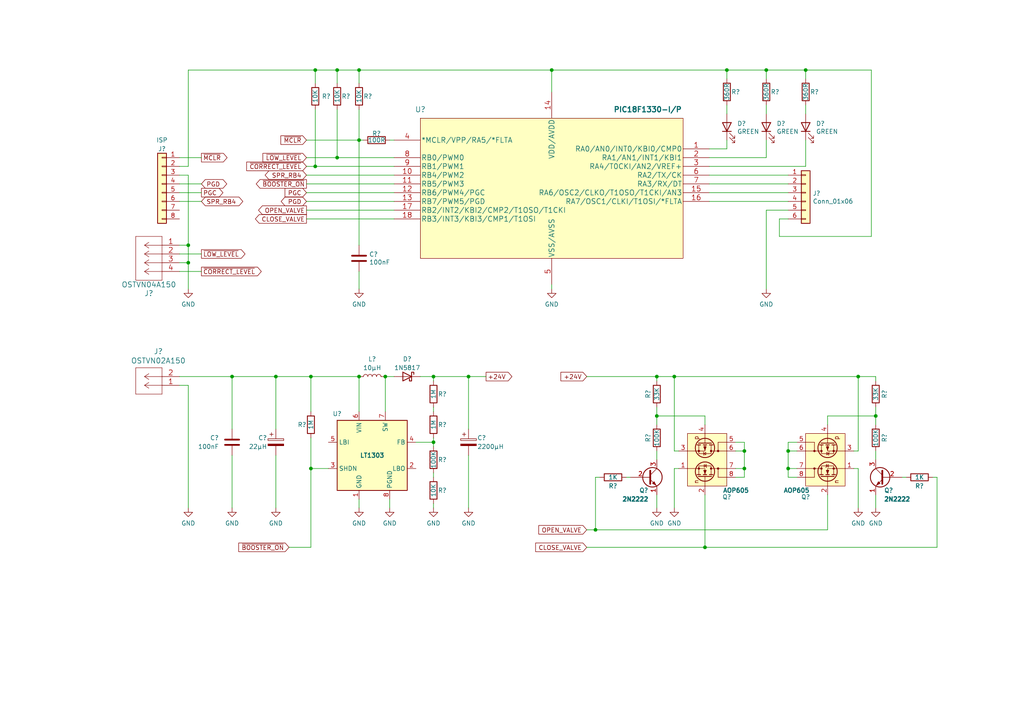
<source format=kicad_sch>
(kicad_sch (version 20211123) (generator eeschema)
  (paper "A4")
  (lib_symbols
    (symbol "Connector_Generic:Conn_01x06" (pin_names (offset 1.016) hide)
      (property "Reference" "J" (at 0 7.62 0))
      (property "Value" "Conn_01x06" (at 0 -10.16 0))
      (symbol "Conn_01x06_1_1"
        (rectangle (start -1.27 -7.493) (end 0 -7.747) (stroke (width 0.1524)))
        (rectangle (start -1.27 -4.953) (end 0 -5.207) (stroke (width 0.1524)))
        (rectangle (start -1.27 -2.413) (end 0 -2.667) (stroke (width 0.1524)))
        (rectangle (start -1.27 0.127) (end 0 -0.127) (stroke (width 0.1524)))
        (rectangle (start -1.27 2.667) (end 0 2.413) (stroke (width 0.1524)))
        (rectangle (start -1.27 5.207) (end 0 4.953) (stroke (width 0.1524)))
        (rectangle (start -1.27 6.35) (end 1.27 -8.89) (stroke (width 0.254)) (fill (type background)))
        (pin passive line (at -5.08 5.08 0) (length 3.81) (name "Pin_1") (number "1"))
        (pin passive line (at -5.08 2.54 0) (length 3.81) (name "Pin_2") (number "2"))
        (pin passive line (at -5.08 0 0) (length 3.81) (name "Pin_3") (number "3"))
        (pin passive line (at -5.08 -2.54 0) (length 3.81) (name "Pin_4") (number "4"))
        (pin passive line (at -5.08 -5.08 0) (length 3.81) (name "Pin_5") (number "5"))
        (pin passive line (at -5.08 -7.62 0) (length 3.81) (name "Pin_6") (number "6"))
      )
    )
    (symbol "Connector_Generic:Conn_01x08" (pin_names (offset 1.016) hide)
      (property "Reference" "J" (at 0 10.16 0))
      (property "Value" "Conn_01x08" (at 0 -12.7 0))
      (symbol "Conn_01x08_1_1"
        (rectangle (start -1.27 -10.033) (end 0 -10.287) (stroke (width 0.1524)))
        (rectangle (start -1.27 -7.493) (end 0 -7.747) (stroke (width 0.1524)))
        (rectangle (start -1.27 -4.953) (end 0 -5.207) (stroke (width 0.1524)))
        (rectangle (start -1.27 -2.413) (end 0 -2.667) (stroke (width 0.1524)))
        (rectangle (start -1.27 0.127) (end 0 -0.127) (stroke (width 0.1524)))
        (rectangle (start -1.27 2.667) (end 0 2.413) (stroke (width 0.1524)))
        (rectangle (start -1.27 5.207) (end 0 4.953) (stroke (width 0.1524)))
        (rectangle (start -1.27 7.747) (end 0 7.493) (stroke (width 0.1524)))
        (rectangle (start -1.27 8.89) (end 1.27 -11.43) (stroke (width 0.254)) (fill (type background)))
        (pin passive line (at -5.08 7.62 0) (length 3.81) (name "Pin_1") (number "1"))
        (pin passive line (at -5.08 5.08 0) (length 3.81) (name "Pin_2") (number "2"))
        (pin passive line (at -5.08 2.54 0) (length 3.81) (name "Pin_3") (number "3"))
        (pin passive line (at -5.08 0 0) (length 3.81) (name "Pin_4") (number "4"))
        (pin passive line (at -5.08 -2.54 0) (length 3.81) (name "Pin_5") (number "5"))
        (pin passive line (at -5.08 -5.08 0) (length 3.81) (name "Pin_6") (number "6"))
        (pin passive line (at -5.08 -7.62 0) (length 3.81) (name "Pin_7") (number "7"))
        (pin passive line (at -5.08 -10.16 0) (length 3.81) (name "Pin_8") (number "8"))
      )
    )
    (symbol "Device:C" (pin_numbers hide) (pin_names (offset 0.254))
      (property "Reference" "C" (at 0.635 2.54 0))
      (property "Value" "C" (at 0.635 -2.54 0))
      (symbol "C_0_1"
        (polyline (pts (xy -2.032 -0.762) (xy 2.032 -0.762)) (stroke (width 0.508)))
        (polyline (pts (xy -2.032 0.762) (xy 2.032 0.762)) (stroke (width 0.508)))
      )
      (symbol "C_1_1"
        (pin passive line (at 0 3.81 270) (length 2.794) (name "~") (number "1"))
        (pin passive line (at 0 -3.81 90) (length 2.794) (name "~") (number "2"))
      )
    )
    (symbol "Device:C_Polarized" (pin_numbers hide) (pin_names (offset 0.254))
      (property "Reference" "C" (at 0.635 2.54 0))
      (property "Value" "C_Polarized" (at 0.635 -2.54 0))
      (symbol "C_Polarized_0_1"
        (rectangle (start -2.286 0.508) (end 2.286 1.016))
        (polyline (pts (xy -1.778 2.286) (xy -0.762 2.286)))
        (polyline (pts (xy -1.27 2.794) (xy -1.27 1.778)))
        (rectangle (start 2.286 -0.508) (end -2.286 -1.016) (fill (type outline)))
      )
      (symbol "C_Polarized_1_1"
        (pin passive line (at 0 3.81 270) (length 2.794) (name "~") (number "1"))
        (pin passive line (at 0 -3.81 90) (length 2.794) (name "~") (number "2"))
      )
    )
    (symbol "Device:L" (pin_numbers hide) (pin_names (offset 1.016) hide)
      (property "Reference" "L" (at -1.27 0 90))
      (property "Value" "L" (at 1.905 0 90))
      (symbol "L_0_1"
        (arc (start 0 -2.54) (mid 0.635 -1.905) (end 0 -1.27))
        (arc (start 0 -1.27) (mid 0.635 -0.635) (end 0 0))
        (arc (start 0 0) (mid 0.635 0.635) (end 0 1.27))
        (arc (start 0 1.27) (mid 0.635 1.905) (end 0 2.54))
      )
      (symbol "L_1_1"
        (pin passive line (at 0 3.81 270) (length 1.27) (name "1") (number "1"))
        (pin passive line (at 0 -3.81 90) (length 1.27) (name "2") (number "2"))
      )
    )
    (symbol "Device:LED" (pin_numbers hide) (pin_names (offset 1.016) hide)
      (property "Reference" "D" (at 0 2.54 0))
      (property "Value" "LED" (at 0 -2.54 0))
      (symbol "LED_0_1"
        (polyline (pts (xy -1.27 -1.27) (xy -1.27 1.27)) (stroke (width 0.254)))
        (polyline (pts (xy -1.27 0) (xy 1.27 0)))
        (polyline (pts (xy 1.27 -1.27) (xy 1.27 1.27) (xy -1.27 0) (xy 1.27 -1.27)) (stroke (width 0.254)))
        (polyline (pts (xy -3.048 -0.762) (xy -4.572 -2.286) (xy -3.81 -2.286) (xy -4.572 -2.286) (xy -4.572 -1.524)))
        (polyline (pts (xy -1.778 -0.762) (xy -3.302 -2.286) (xy -2.54 -2.286) (xy -3.302 -2.286) (xy -3.302 -1.524)))
      )
      (symbol "LED_1_1"
        (pin passive line (at -3.81 0 0) (length 2.54) (name "K") (number "1"))
        (pin passive line (at 3.81 0 180) (length 2.54) (name "A") (number "2"))
      )
    )
    (symbol "Device:R" (pin_numbers hide) (pin_names (offset 0))
      (property "Reference" "R" (at 2.032 0 90))
      (property "Value" "R" (at 0 0 90))
      (symbol "R_0_1"
        (rectangle (start -1.016 -2.54) (end 1.016 2.54) (stroke (width 0.254)))
      )
      (symbol "R_1_1"
        (pin passive line (at 0 3.81 270) (length 1.27) (name "~") (number "1"))
        (pin passive line (at 0 -3.81 90) (length 1.27) (name "~") (number "2"))
      )
    )
    (symbol "Diode:1N5817" (pin_numbers hide) (pin_names (offset 1.016) hide)
      (property "Reference" "D" (at 0 2.54 0))
      (property "Value" "1N5817" (at 0 -2.54 0))
      (symbol "1N5817_0_1"
        (polyline (pts (xy 1.27 0) (xy -1.27 0)))
        (polyline (pts (xy 1.27 1.27) (xy 1.27 -1.27) (xy -1.27 0) (xy 1.27 1.27)) (stroke (width 0.254)))
        (polyline (pts (xy -1.905 0.635) (xy -1.905 1.27) (xy -1.27 1.27) (xy -1.27 -1.27) (xy -0.635 -1.27) (xy -0.635 -0.635)) (stroke (width 0.254)))
      )
      (symbol "1N5817_1_1"
        (pin passive line (at -3.81 0 0) (length 2.54) (name "K") (number "1"))
        (pin passive line (at 3.81 0 180) (length 2.54) (name "A") (number "2"))
      )
    )
    (symbol "My_Library:2N2222" (pin_names (offset 0) hide)
      (property "Reference" "Q" (at 5.08 1.905 0))
      (property "Value" "2N2222" (at 5.08 0 0))
      (symbol "2N2222_0_1"
        (polyline (pts (xy 0.635 0.635) (xy 2.54 2.54)))
        (polyline (pts (xy 0.635 -0.635) (xy 2.54 -2.54) (xy 2.54 -2.54)))
        (polyline (pts (xy 0.635 1.905) (xy 0.635 -1.905) (xy 0.635 -1.905)) (stroke (width 0.508)))
        (polyline (pts (xy 1.27 -1.778) (xy 1.778 -1.27) (xy 2.286 -2.286) (xy 1.27 -1.778) (xy 1.27 -1.778)) (fill (type outline)))
        (circle (center 1.27 0) (radius 2.8194) (stroke (width 0.254)))
      )
      (symbol "2N2222_1_1"
        (pin passive line (at 2.54 -5.08 90) (length 2.54) (name "E") (number "1"))
        (pin passive line (at -5.08 0 0) (length 5.715) (name "B") (number "2"))
        (pin passive line (at 2.54 5.08 270) (length 2.54) (name "C") (number "3"))
      )
    )
    (symbol "My_Library:AOP605" (pin_names hide)
      (property "Reference" "Q" (at 8.89 11.43 0))
      (property "Value" "AOP605" (at 8.89 8.89 0))
      (symbol "AOP605_0_0"
        (text "n" (at 6.35 -2.54 0) (effects (font (size 1.27 1.27))))
        (text "p" (at -6.35 -2.54 0) (effects (font (size 1.27 1.27))))
      )
      (symbol "AOP605_0_1"
        (rectangle (start -7.62 6.35) (end 7.62 -5.08) (fill (type background)))
        (circle (center -3.429 0) (radius 2.794) (stroke (width 0.254)))
        (circle (center -2.54 -1.778) (radius 0.254) (fill (type outline)))
        (circle (center -2.54 1.778) (radius 0.254) (fill (type outline)))
        (circle (center -2.54 3.81) (radius 0.254) (fill (type outline)))
        (polyline (pts (xy -5.08 6.35) (xy -5.08 3.81)))
        (polyline (pts (xy -4.826 0) (xy -7.62 0)))
        (polyline (pts (xy -4.826 1.905) (xy -4.826 -1.905)) (stroke (width 0.254)))
        (polyline (pts (xy -4.318 -1.27) (xy -4.318 -2.286)) (stroke (width 0.254)))
        (polyline (pts (xy -4.318 0.508) (xy -4.318 -0.508)) (stroke (width 0.254)))
        (polyline (pts (xy -4.318 2.286) (xy -4.318 1.27)) (stroke (width 0.254)))
        (polyline (pts (xy -2.54 -2.54) (xy -2.54 -5.08)))
        (polyline (pts (xy -2.54 3.81) (xy -5.08 3.81)))
        (polyline (pts (xy -2.54 3.81) (xy -2.54 1.778)))
        (polyline (pts (xy -2.54 6.35) (xy -2.54 3.81)))
        (polyline (pts (xy 2.54 -2.54) (xy 2.54 -5.08)))
        (polyline (pts (xy 2.54 3.81) (xy 2.54 1.778)))
        (polyline (pts (xy 2.54 6.35) (xy 2.54 3.81)))
        (polyline (pts (xy 4.318 -1.27) (xy 4.318 -2.286)) (stroke (width 0.254)))
        (polyline (pts (xy 4.318 0.508) (xy 4.318 -0.508)) (stroke (width 0.254)))
        (polyline (pts (xy 4.318 2.286) (xy 4.318 1.27)) (stroke (width 0.254)))
        (polyline (pts (xy 4.826 0) (xy 7.62 0)))
        (polyline (pts (xy 4.826 1.905) (xy 4.826 -1.905)) (stroke (width 0.254)))
        (polyline (pts (xy 5.08 3.81) (xy 2.54 3.81)))
        (polyline (pts (xy 5.08 6.35) (xy 5.08 3.81)))
        (polyline (pts (xy -2.54 -2.54) (xy -2.54 0) (xy -4.318 0)))
        (polyline (pts (xy 2.54 -2.54) (xy 2.54 0) (xy 4.318 0)))
        (polyline (pts (xy -4.318 1.778) (xy -1.778 1.778) (xy -1.778 -1.778) (xy -4.318 -1.778)))
        (polyline (pts (xy -2.794 0) (xy -3.81 0.381) (xy -3.81 -0.381) (xy -2.794 0)) (fill (type outline)))
        (polyline (pts (xy -2.286 -0.508) (xy -2.159 -0.381) (xy -1.397 -0.381) (xy -1.27 -0.254)))
        (polyline (pts (xy -1.778 -0.381) (xy -2.159 0.254) (xy -1.397 0.254) (xy -1.778 -0.381)))
        (polyline (pts (xy 1.778 0.381) (xy 2.159 -0.254) (xy 1.397 -0.254) (xy 1.778 0.381)))
        (polyline (pts (xy 2.286 0.508) (xy 2.159 0.381) (xy 1.397 0.381) (xy 1.27 0.254)))
        (polyline (pts (xy 4.064 0) (xy 3.048 0.381) (xy 3.048 -0.381) (xy 4.064 0)) (fill (type outline)))
        (polyline (pts (xy 4.318 -1.778) (xy 1.778 -1.778) (xy 1.778 1.778) (xy 4.318 1.778)))
        (circle (center 2.54 -1.778) (radius 0.254) (fill (type outline)))
        (circle (center 2.54 1.778) (radius 0.254) (fill (type outline)))
        (circle (center 2.54 3.81) (radius 0.254) (fill (type outline)))
        (circle (center 3.429 0) (radius 2.794) (stroke (width 0.254)))
      )
      (symbol "AOP605_1_1"
        (pin passive line (at 2.54 -7.62 90) (length 2.54) (name "S2") (number "1"))
        (pin input line (at 10.16 0 180) (length 2.54) (name "G2") (number "2"))
        (pin passive line (at -2.54 -7.62 90) (length 2.54) (name "S1") (number "3"))
        (pin input line (at -10.16 0 0) (length 2.54) (name "G1") (number "4"))
        (pin passive line (at -5.08 8.89 270) (length 2.54) (name "D1") (number "5"))
        (pin passive line (at -2.54 8.89 270) (length 2.54) (name "D1") (number "6"))
        (pin passive line (at 2.54 8.89 270) (length 2.54) (name "D2") (number "7"))
        (pin passive line (at 5.08 8.89 270) (length 2.54) (name "D2") (number "8"))
      )
    )
    (symbol "My_Library:LT1303"
      (property "Reference" "U" (at -10.16 11.43 0))
      (property "Value" "LT1303" (at 0 0 0))
      (symbol "LT1303_0_1"
        (rectangle (start -10.16 10.16) (end 10.16 -10.16) (stroke (width 0.254)) (fill (type background)))
      )
      (symbol "LT1303_1_1"
        (pin power_in line (at -3.81 -12.7 90) (length 2.54) (name "GND") (number "1"))
        (pin output line (at 12.7 -3.81 180) (length 2.54) (name "LBO") (number "2"))
        (pin input line (at -12.7 -3.81 0) (length 2.54) (name "SHDN") (number "3"))
        (pin input line (at 12.7 3.81 180) (length 2.54) (name "FB") (number "4"))
        (pin input line (at -12.7 3.81 0) (length 2.54) (name "LBI") (number "5"))
        (pin power_in line (at -3.81 12.7 270) (length 2.54) (name "VIN") (number "6"))
        (pin open_collector line (at 3.81 12.7 270) (length 2.54) (name "SW") (number "7"))
        (pin input line (at 5.08 -12.7 90) (length 2.54) (name "PGND") (number "8"))
      )
    )
    (symbol "My_Library:OSTVN02A150" (pin_names (offset 0.254) hide)
      (property "Reference" "J" (at 8.89 6.35 0))
      (property "Value" "OSTVN02A150" (at 10.16 0 0))
      (symbol "OSTVN02A150_1_1"
        (polyline (pts (xy 5.08 -5.08) (xy 12.7 -5.08)) (stroke (width 0.127)))
        (polyline (pts (xy 5.08 2.54) (xy 5.08 -5.08)) (stroke (width 0.127)))
        (polyline (pts (xy 10.16 -2.54) (xy 5.08 -2.54)) (stroke (width 0.127)))
        (polyline (pts (xy 10.16 -2.54) (xy 8.89 -3.3782)) (stroke (width 0.127)))
        (polyline (pts (xy 10.16 -2.54) (xy 8.89 -1.7018)) (stroke (width 0.127)))
        (polyline (pts (xy 10.16 0) (xy 5.08 0)) (stroke (width 0.127)))
        (polyline (pts (xy 10.16 0) (xy 8.89 -0.8382)) (stroke (width 0.127)))
        (polyline (pts (xy 10.16 0) (xy 8.89 0.8382)) (stroke (width 0.127)))
        (polyline (pts (xy 12.7 -5.08) (xy 12.7 2.54)) (stroke (width 0.127)))
        (polyline (pts (xy 12.7 2.54) (xy 5.08 2.54)) (stroke (width 0.127)))
        (pin unspecified line (at 0 0 0) (length 5.08) (name "1") (number "1"))
        (pin unspecified line (at 0 -2.54 0) (length 5.08) (name "2") (number "2"))
      )
    )
    (symbol "My_Library:OSTVN04A150" (pin_names (offset 0.254) hide)
      (property "Reference" "J" (at 8.89 6.35 0))
      (property "Value" "OSTVN04A150" (at 10.16 -5.08 0))
      (symbol "OSTVN04A150_1_1"
        (polyline (pts (xy 5.08 -10.16) (xy 12.7 -10.16)) (stroke (width 0.127)))
        (polyline (pts (xy 5.08 2.54) (xy 5.08 -10.16)) (stroke (width 0.127)))
        (polyline (pts (xy 10.16 -7.62) (xy 5.08 -7.62)) (stroke (width 0.127)))
        (polyline (pts (xy 10.16 -7.62) (xy 8.89 -8.4582)) (stroke (width 0.127)))
        (polyline (pts (xy 10.16 -7.62) (xy 8.89 -6.7818)) (stroke (width 0.127)))
        (polyline (pts (xy 10.16 -5.08) (xy 5.08 -5.08)) (stroke (width 0.127)))
        (polyline (pts (xy 10.16 -5.08) (xy 8.89 -5.9182)) (stroke (width 0.127)))
        (polyline (pts (xy 10.16 -5.08) (xy 8.89 -4.2418)) (stroke (width 0.127)))
        (polyline (pts (xy 10.16 -2.54) (xy 5.08 -2.54)) (stroke (width 0.127)))
        (polyline (pts (xy 10.16 -2.54) (xy 8.89 -3.3782)) (stroke (width 0.127)))
        (polyline (pts (xy 10.16 -2.54) (xy 8.89 -1.7018)) (stroke (width 0.127)))
        (polyline (pts (xy 10.16 0) (xy 5.08 0)) (stroke (width 0.127)))
        (polyline (pts (xy 10.16 0) (xy 8.89 -0.8382)) (stroke (width 0.127)))
        (polyline (pts (xy 10.16 0) (xy 8.89 0.8382)) (stroke (width 0.127)))
        (polyline (pts (xy 12.7 -10.16) (xy 12.7 2.54)) (stroke (width 0.127)))
        (polyline (pts (xy 12.7 2.54) (xy 5.08 2.54)) (stroke (width 0.127)))
        (pin unspecified line (at 0 0 0) (length 5.08) (name "1") (number "1"))
        (pin unspecified line (at 0 -2.54 0) (length 5.08) (name "2") (number "2"))
        (pin unspecified line (at 0 -5.08 0) (length 5.08) (name "3") (number "3"))
        (pin unspecified line (at 0 -7.62 0) (length 5.08) (name "4") (number "4"))
      )
    )
    (symbol "My_Library:PIC18F1330-I{slash}P" (pin_names (offset 0.254))
      (property "Reference" "U" (at -38.1 22.86 0))
      (property "Value" "PIC18F1330-I{slash}P" (at 22.86 -13.97 0))
      (symbol "PIC18F1330-I{slash}P_1_1"
        (rectangle (start -38.1 -20.32) (end 38.1 20.32) (fill (type background)))
        (pin unspecified line (at 45.72 11.43 180) (length 7.62) (name "RA0/AN0/INT0/KBI0/CMP0") (number "1"))
        (pin unspecified line (at -45.72 3.81 0) (length 7.62) (name "RB4/PWM2") (number "10"))
        (pin unspecified line (at -45.72 1.27 0) (length 7.62) (name "RB5/PWM3") (number "11"))
        (pin unspecified line (at -45.72 -1.27 0) (length 7.62) (name "RB6/PWM4/PGC") (number "12"))
        (pin unspecified line (at -45.72 -3.81 0) (length 7.62) (name "RB7/PWM5/PGD") (number "13"))
        (pin unspecified line (at 0 27.94 270) (length 7.62) (name "VDD/AVDD") (number "14"))
        (pin unspecified line (at 45.72 -1.27 180) (length 7.62) (name "RA6/OSC2/CLKO/T1OSO/T1CKI/AN3") (number "15"))
        (pin unspecified line (at 45.72 -3.81 180) (length 7.62) (name "RA7/OSC1/CLKI/T1OSI/*FLTA") (number "16"))
        (pin unspecified line (at -45.72 -6.35 0) (length 7.62) (name "RB2/INT2/KBI2/CMP2/T1OSO/T1CKI") (number "17"))
        (pin unspecified line (at -45.72 -8.89 0) (length 7.62) (name "RB3/INT3/KBI3/CMP1/T1OSI") (number "18"))
        (pin unspecified line (at 45.72 8.89 180) (length 7.62) (name "RA1/AN1/INT1/KBI1") (number "2"))
        (pin unspecified line (at 45.72 6.35 180) (length 7.62) (name "RA4/T0CKI/AN2/VREF+") (number "3"))
        (pin unspecified line (at -45.72 13.97 0) (length 7.62) (name "*MCLR/VPP/RA5/*FLTA") (number "4"))
        (pin unspecified line (at 0 -27.94 90) (length 7.62) (name "VSS/AVSS") (number "5"))
        (pin unspecified line (at 45.72 3.81 180) (length 7.62) (name "RA2/TX/CK") (number "6"))
        (pin unspecified line (at 45.72 1.27 180) (length 7.62) (name "RA3/RX/DT") (number "7"))
        (pin unspecified line (at -45.72 8.89 0) (length 7.62) (name "RB0/PWM0") (number "8"))
        (pin unspecified line (at -45.72 6.35 0) (length 7.62) (name "RB1/PWM1") (number "9"))
      )
    )
    (symbol "power:GND" (power) (pin_names (offset 0))
      (property "Value" "GND" (at 0 -3.81 0))
      (symbol "GND_0_1"
        (polyline (pts (xy 0 0) (xy 0 -1.27) (xy 1.27 -1.27) (xy 0 -2.54) (xy -1.27 -1.27) (xy 0 -1.27)))
      )
      (symbol "GND_1_1"
        (pin power_in line (at 0 0 270) (length 0) hide (name "GND") (number "1"))
      )
    )
  )
  (junction (at 233.68 20.32))
  (junction (at 90.17 135.89))
  (junction (at 80.01 109.22))
  (junction (at 104.14 40.64))
  (junction (at 215.9 130.81))
  (junction (at 104.14 109.22))
  (junction (at 125.73 109.22))
  (junction (at 97.79 45.72))
  (junction (at 222.25 20.32))
  (junction (at 190.5 120.65))
  (junction (at 54.61 76.2))
  (junction (at 135.89 109.22))
  (junction (at 160.02 20.32))
  (junction (at 91.44 48.26))
  (junction (at 67.31 109.22))
  (junction (at 228.6 130.81))
  (junction (at 195.58 109.22))
  (junction (at 204.47 158.75))
  (junction (at 54.61 71.12))
  (junction (at 215.9 135.89))
  (junction (at 254 120.65))
  (junction (at 125.73 128.27))
  (junction (at 111.76 109.22))
  (junction (at 172.72 153.67))
  (junction (at 190.5 109.22))
  (junction (at 248.92 109.22))
  (junction (at 91.44 20.32))
  (junction (at 90.17 109.22))
  (junction (at 97.79 20.32))
  (junction (at 228.6 135.89))
  (junction (at 104.14 20.32))
  (junction (at 210.82 20.32))
  (wire (pts (xy 52.07 71.12) (xy 54.61 71.12)))
  (wire (pts (xy 195.58 109.22) (xy 190.5 109.22)))
  (wire (pts (xy 271.78 158.75) (xy 271.78 138.43)))
  (wire (pts (xy 228.6 130.81) (xy 231.14 130.81)))
  (wire (pts (xy 160.02 82.55) (xy 160.02 83.82)))
  (wire (pts (xy 125.73 137.16) (xy 125.73 138.43)))
  (wire (pts (xy 222.25 20.32) (xy 233.68 20.32)))
  (wire (pts (xy 204.47 158.75) (xy 204.47 143.51)))
  (wire (pts (xy 90.17 135.89) (xy 90.17 127)))
  (wire (pts (xy 90.17 119.38) (xy 90.17 109.22)))
  (wire (pts (xy 205.74 58.42) (xy 228.6 58.42)))
  (wire (pts (xy 113.03 144.78) (xy 113.03 147.32)))
  (wire (pts (xy 54.61 20.32) (xy 91.44 20.32)))
  (wire (pts (xy 240.03 153.67) (xy 240.03 143.51)))
  (wire (pts (xy 80.01 132.08) (xy 80.01 147.32)))
  (wire (pts (xy 67.31 132.08) (xy 67.31 147.32)))
  (wire (pts (xy 231.14 135.89) (xy 228.6 135.89)))
  (wire (pts (xy 205.74 43.18) (xy 210.82 43.18)))
  (wire (pts (xy 222.25 30.48) (xy 222.25 33.02)))
  (wire (pts (xy 104.14 40.64) (xy 105.41 40.64)))
  (wire (pts (xy 97.79 31.75) (xy 97.79 45.72)))
  (wire (pts (xy 254 120.65) (xy 254 123.19)))
  (wire (pts (xy 170.18 158.75) (xy 204.47 158.75)))
  (wire (pts (xy 52.07 45.72) (xy 58.42 45.72)))
  (wire (pts (xy 97.79 20.32) (xy 104.14 20.32)))
  (wire (pts (xy 205.74 45.72) (xy 222.25 45.72)))
  (wire (pts (xy 97.79 45.72) (xy 114.3 45.72)))
  (wire (pts (xy 52.07 109.22) (xy 67.31 109.22)))
  (wire (pts (xy 248.92 109.22) (xy 254 109.22)))
  (wire (pts (xy 215.9 135.89) (xy 215.9 130.81)))
  (wire (pts (xy 215.9 130.81) (xy 213.36 130.81)))
  (wire (pts (xy 205.74 53.34) (xy 228.6 53.34)))
  (wire (pts (xy 210.82 30.48) (xy 210.82 33.02)))
  (wire (pts (xy 172.72 153.67) (xy 170.18 153.67)))
  (wire (pts (xy 80.01 109.22) (xy 80.01 124.46)))
  (wire (pts (xy 97.79 24.13) (xy 97.79 20.32)))
  (wire (pts (xy 104.14 40.64) (xy 104.14 71.12)))
  (wire (pts (xy 52.07 76.2) (xy 54.61 76.2)))
  (wire (pts (xy 90.17 158.75) (xy 83.82 158.75)))
  (wire (pts (xy 228.6 63.5) (xy 226.06 63.5)))
  (wire (pts (xy 111.76 109.22) (xy 111.76 119.38)))
  (wire (pts (xy 160.02 20.32) (xy 210.82 20.32)))
  (wire (pts (xy 248.92 147.32) (xy 248.92 135.89)))
  (wire (pts (xy 104.14 20.32) (xy 104.14 24.13)))
  (wire (pts (xy 204.47 120.65) (xy 204.47 123.19)))
  (wire (pts (xy 222.25 83.82) (xy 222.25 60.96)))
  (wire (pts (xy 125.73 128.27) (xy 125.73 129.54)))
  (wire (pts (xy 226.06 63.5) (xy 226.06 68.58)))
  (wire (pts (xy 54.61 48.26) (xy 54.61 20.32)))
  (wire (pts (xy 54.61 71.12) (xy 54.61 76.2)))
  (wire (pts (xy 248.92 130.81) (xy 248.92 109.22)))
  (wire (pts (xy 190.5 143.51) (xy 190.5 147.32)))
  (wire (pts (xy 91.44 48.26) (xy 114.3 48.26)))
  (wire (pts (xy 262.89 138.43) (xy 261.62 138.43)))
  (wire (pts (xy 215.9 128.27) (xy 215.9 130.81)))
  (wire (pts (xy 91.44 20.32) (xy 97.79 20.32)))
  (wire (pts (xy 195.58 147.32) (xy 195.58 135.89)))
  (wire (pts (xy 88.9 63.5) (xy 114.3 63.5)))
  (wire (pts (xy 88.9 45.72) (xy 97.79 45.72)))
  (wire (pts (xy 135.89 109.22) (xy 135.89 124.46)))
  (wire (pts (xy 210.82 20.32) (xy 222.25 20.32)))
  (wire (pts (xy 195.58 135.89) (xy 196.85 135.89)))
  (wire (pts (xy 222.25 20.32) (xy 222.25 22.86)))
  (wire (pts (xy 213.36 128.27) (xy 215.9 128.27)))
  (wire (pts (xy 90.17 109.22) (xy 80.01 109.22)))
  (wire (pts (xy 67.31 109.22) (xy 67.31 124.46)))
  (wire (pts (xy 95.25 135.89) (xy 90.17 135.89)))
  (wire (pts (xy 54.61 111.76) (xy 52.07 111.76)))
  (wire (pts (xy 172.72 153.67) (xy 240.03 153.67)))
  (wire (pts (xy 254 109.22) (xy 254 110.49)))
  (wire (pts (xy 213.36 135.89) (xy 215.9 135.89)))
  (wire (pts (xy 210.82 22.86) (xy 210.82 20.32)))
  (wire (pts (xy 54.61 50.8) (xy 54.61 71.12)))
  (wire (pts (xy 195.58 109.22) (xy 248.92 109.22)))
  (wire (pts (xy 240.03 120.65) (xy 240.03 123.19)))
  (wire (pts (xy 181.61 138.43) (xy 182.88 138.43)))
  (wire (pts (xy 90.17 109.22) (xy 104.14 109.22)))
  (wire (pts (xy 125.73 128.27) (xy 120.65 128.27)))
  (wire (pts (xy 190.5 120.65) (xy 204.47 120.65)))
  (wire (pts (xy 111.76 109.22) (xy 114.3 109.22)))
  (wire (pts (xy 173.99 138.43) (xy 172.72 138.43)))
  (wire (pts (xy 233.68 30.48) (xy 233.68 33.02)))
  (wire (pts (xy 254 130.81) (xy 254 133.35)))
  (wire (pts (xy 88.9 55.88) (xy 114.3 55.88)))
  (wire (pts (xy 80.01 109.22) (xy 67.31 109.22)))
  (wire (pts (xy 205.74 48.26) (xy 233.68 48.26)))
  (wire (pts (xy 210.82 43.18) (xy 210.82 40.64)))
  (wire (pts (xy 252.73 68.58) (xy 252.73 20.32)))
  (wire (pts (xy 125.73 109.22) (xy 135.89 109.22)))
  (wire (pts (xy 233.68 20.32) (xy 233.68 22.86)))
  (wire (pts (xy 231.14 138.43) (xy 228.6 138.43)))
  (wire (pts (xy 125.73 109.22) (xy 125.73 110.49)))
  (wire (pts (xy 104.14 20.32) (xy 160.02 20.32)))
  (wire (pts (xy 104.14 109.22) (xy 104.14 119.38)))
  (wire (pts (xy 270.51 138.43) (xy 271.78 138.43)))
  (wire (pts (xy 172.72 138.43) (xy 172.72 153.67)))
  (wire (pts (xy 104.14 78.74) (xy 104.14 83.82)))
  (wire (pts (xy 88.9 48.26) (xy 91.44 48.26)))
  (wire (pts (xy 228.6 135.89) (xy 228.6 130.81)))
  (wire (pts (xy 121.92 109.22) (xy 125.73 109.22)))
  (wire (pts (xy 54.61 147.32) (xy 54.61 111.76)))
  (wire (pts (xy 248.92 135.89) (xy 247.65 135.89)))
  (wire (pts (xy 113.03 40.64) (xy 114.3 40.64)))
  (wire (pts (xy 104.14 144.78) (xy 104.14 147.32)))
  (wire (pts (xy 52.07 53.34) (xy 58.42 53.34)))
  (wire (pts (xy 88.9 60.96) (xy 114.3 60.96)))
  (wire (pts (xy 160.02 20.32) (xy 160.02 26.67)))
  (wire (pts (xy 252.73 20.32) (xy 233.68 20.32)))
  (wire (pts (xy 190.5 130.81) (xy 190.5 133.35)))
  (wire (pts (xy 205.74 50.8) (xy 228.6 50.8)))
  (wire (pts (xy 125.73 146.05) (xy 125.73 147.32)))
  (wire (pts (xy 125.73 118.11) (xy 125.73 119.38)))
  (wire (pts (xy 204.47 158.75) (xy 271.78 158.75)))
  (wire (pts (xy 196.85 130.81) (xy 195.58 130.81)))
  (wire (pts (xy 254 118.11) (xy 254 120.65)))
  (wire (pts (xy 254 120.65) (xy 240.03 120.65)))
  (wire (pts (xy 52.07 73.66) (xy 58.42 73.66)))
  (wire (pts (xy 135.89 132.08) (xy 135.89 147.32)))
  (wire (pts (xy 226.06 68.58) (xy 252.73 68.58)))
  (wire (pts (xy 195.58 130.81) (xy 195.58 109.22)))
  (wire (pts (xy 91.44 31.75) (xy 91.44 48.26)))
  (wire (pts (xy 91.44 20.32) (xy 91.44 24.13)))
  (wire (pts (xy 88.9 58.42) (xy 114.3 58.42)))
  (wire (pts (xy 52.07 58.42) (xy 58.42 58.42)))
  (wire (pts (xy 222.25 45.72) (xy 222.25 40.64)))
  (wire (pts (xy 213.36 138.43) (xy 215.9 138.43)))
  (wire (pts (xy 228.6 128.27) (xy 228.6 130.81)))
  (wire (pts (xy 222.25 60.96) (xy 228.6 60.96)))
  (wire (pts (xy 90.17 135.89) (xy 90.17 158.75)))
  (wire (pts (xy 190.5 109.22) (xy 190.5 110.49)))
  (wire (pts (xy 88.9 50.8) (xy 114.3 50.8)))
  (wire (pts (xy 231.14 128.27) (xy 228.6 128.27)))
  (wire (pts (xy 215.9 138.43) (xy 215.9 135.89)))
  (wire (pts (xy 205.74 55.88) (xy 228.6 55.88)))
  (wire (pts (xy 52.07 48.26) (xy 54.61 48.26)))
  (wire (pts (xy 88.9 40.64) (xy 104.14 40.64)))
  (wire (pts (xy 135.89 109.22) (xy 140.97 109.22)))
  (wire (pts (xy 190.5 120.65) (xy 190.5 123.19)))
  (wire (pts (xy 54.61 76.2) (xy 54.61 83.82)))
  (wire (pts (xy 52.07 78.74) (xy 58.42 78.74)))
  (wire (pts (xy 228.6 138.43) (xy 228.6 135.89)))
  (wire (pts (xy 52.07 50.8) (xy 54.61 50.8)))
  (wire (pts (xy 190.5 118.11) (xy 190.5 120.65)))
  (wire (pts (xy 233.68 48.26) (xy 233.68 40.64)))
  (wire (pts (xy 104.14 31.75) (xy 104.14 40.64)))
  (wire (pts (xy 52.07 55.88) (xy 58.42 55.88)))
  (wire (pts (xy 247.65 130.81) (xy 248.92 130.81)))
  (wire (pts (xy 88.9 53.34) (xy 114.3 53.34)))
  (wire (pts (xy 254 143.51) (xy 254 147.32)))
  (wire (pts (xy 170.18 109.22) (xy 190.5 109.22)))
  (wire (pts (xy 125.73 127) (xy 125.73 128.27)))
  (global_label "SPR_RB4" (shape bidirectional) (at 88.9 50.8 180) (property "Intersheet References" "${INTERSHEET_REFS}" (effects hide)))
  (global_label "+24V" (shape output) (at 140.97 109.22 0) (property "Intersheet References" "${INTERSHEET_REFS}" (effects hide)))
  (global_label "PGC" (shape input) (at 88.9 55.88 180) (property "Intersheet References" "${INTERSHEET_REFS}" (effects hide)))
  (global_label "CLOSE_VALVE" (shape output) (at 88.9 63.5 180) (property "Intersheet References" "${INTERSHEET_REFS}" (effects hide)))
  (global_label "~{BOOSTER_ON}" (shape output) (at 88.9 53.34 180) (property "Intersheet References" "${INTERSHEET_REFS}" (effects hide)))
  (global_label "~{MCLR}" (shape output) (at 58.42 45.72 0) (property "Intersheet References" "${INTERSHEET_REFS}" (effects hide)))
  (global_label "PGD" (shape bidirectional) (at 88.9 58.42 180) (property "Intersheet References" "${INTERSHEET_REFS}" (effects hide)))
  (global_label "OPEN_VALVE" (shape output) (at 88.9 60.96 180) (property "Intersheet References" "${INTERSHEET_REFS}" (effects hide)))
  (global_label "~{LOW_LEVEL}" (shape output) (at 58.42 73.66 0) (property "Intersheet References" "${INTERSHEET_REFS}" (effects hide)))
  (global_label "CLOSE_VALVE" (shape input) (at 170.18 158.75 180) (property "Intersheet References" "${INTERSHEET_REFS}" (effects hide)))
  (global_label "~{MCLR}" (shape input) (at 88.9 40.64 180) (property "Intersheet References" "${INTERSHEET_REFS}" (effects hide)))
  (global_label "PGC" (shape output) (at 58.42 55.88 0) (property "Intersheet References" "${INTERSHEET_REFS}" (effects hide)))
  (global_label "SPR_RB4" (shape bidirectional) (at 58.42 58.42 0) (property "Intersheet References" "${INTERSHEET_REFS}" (effects hide)))
  (global_label "PGD" (shape bidirectional) (at 58.42 53.34 0) (property "Intersheet References" "${INTERSHEET_REFS}" (effects hide)))
  (global_label "~{CORRECT_LEVEL}" (shape output) (at 58.42 78.74 0) (property "Intersheet References" "${INTERSHEET_REFS}" (effects hide)))
  (global_label "OPEN_VALVE" (shape input) (at 170.18 153.67 180) (property "Intersheet References" "${INTERSHEET_REFS}" (effects hide)))
  (global_label "~{CORRECT_LEVEL}" (shape input) (at 88.9 48.26 180) (property "Intersheet References" "${INTERSHEET_REFS}" (effects hide)))
  (global_label "~{BOOSTER_ON}" (shape input) (at 83.82 158.75 180) (property "Intersheet References" "${INTERSHEET_REFS}" (effects hide)))
  (global_label "~{LOW_LEVEL}" (shape input) (at 88.9 45.72 180) (property "Intersheet References" "${INTERSHEET_REFS}" (effects hide)))
  (global_label "+24V" (shape input) (at 170.18 109.22 180) (property "Intersheet References" "${INTERSHEET_REFS}" (effects hide)))
  (symbol (lib_id "power:GND") (at 190.5 147.32 0) (unit 1)
    (property "Reference" "#PWR?" (effects hide))
    (property "Value" "GND" (at 190.5 151.765 0))
  )
  (symbol (lib_id "power:GND") (at 135.89 147.32 0) (unit 1)
    (property "Reference" "#PWR?" (effects hide))
    (property "Value" "GND" (at 135.89 151.765 0))
  )
  (symbol (lib_id "My_Library:2N2222") (at 256.54 138.43 0) (mirror y) (unit 1)
    (property "Reference" "Q?" (at 259.08 142.24 0) (effects (justify left)))
    (property "Value" "2N2222" (at 264.16 144.78 0) (effects (font bold) (justify left)))
    (property "Footprint" "Package_TO_SOT_THT:TO-18-3" (effects hide))
    (property "Datasheet" "http://www.onsemi.com/pub_link/Collateral/2N2219-D.PDF" (effects hide))
    (property "Digi-Key" "1514-2N2222APBFREE-ND" (effects hide))
  )
  (symbol (lib_id "power:GND") (at 195.58 147.32 0) (unit 1)
    (property "Reference" "#PWR?" (effects hide))
    (property "Value" "GND" (at 195.58 151.765 0))
  )
  (symbol (lib_id "Device:R") (at 210.82 26.67 0) (unit 1)
    (property "Reference" "R?" (at 212.09 26.67 0) (effects (justify left)))
    (property "Value" "360R" (at 210.82 29.21 90) (effects (justify left)))
    (property "Footprint" "Resistor_THT:R_Axial_DIN0207_L6.3mm_D2.5mm_P10.16mm_Horizontal" (effects hide))
  )
  (symbol (lib_id "Device:R") (at 91.44 27.94 0) (unit 1)
    (property "Reference" "R?" (at 93.345 27.94 0) (effects (justify left)))
    (property "Value" "10K" (at 91.44 29.845 90) (effects (justify left)))
    (property "Footprint" "Resistor_THT:R_Axial_DIN0207_L6.3mm_D2.5mm_P10.16mm_Horizontal" (effects hide))
  )
  (symbol (lib_id "My_Library:OSTVN04A150") (at 52.07 71.12 0) (mirror y) (unit 1)
    (property "Reference" "J?" (at 43.18 85.09 0) (effects (font (size 1.524 1.524))))
    (property "Value" "OSTVN04A150" (at 43.18 82.55 0) (effects (font (size 1.524 1.524))))
    (property "Footprint" "My_Library:CONN_OSTVN04A150_OST" (effects hide))
  )
  (symbol (lib_id "power:GND") (at 104.14 147.32 0) (unit 1)
    (property "Reference" "#PWR?" (effects hide))
    (property "Value" "GND" (at 104.14 151.765 0))
  )
  (symbol (lib_id "Connector_Generic:Conn_01x06") (at 233.68 55.88 0) (unit 1)
    (property "Reference" "J?" (at 235.712 56.0832 0) (effects (justify left)))
    (property "Value" "Conn_01x06" (at 235.712 58.3946 0) (effects (justify left)))
    (property "Footprint" "Connector_PinHeader_2.54mm:PinHeader_1x06_P2.54mm_Vertical" (effects hide))
  )
  (symbol (lib_id "My_Library:PIC18F1330-I{slash}P") (at 160.02 54.61 0) (unit 1)
    (property "Reference" "U?" (at 121.92 31.75 0) (effects (font (size 1.524 1.524))))
    (property "Value" "PIC18F1330-I/P" (at 177.8 31.75 0) (effects (font (size 1.524 1.524) bold) (justify left)))
    (property "Footprint" "My_Library:PDIP18_300MC_MCH" (effects hide))
  )
  (symbol (lib_id "power:GND") (at 54.61 83.82 0) (unit 1)
    (property "Reference" "#PWR?" (effects hide))
    (property "Value" "GND" (at 54.61 88.265 0))
  )
  (symbol (lib_id "Device:R") (at 104.14 27.94 0) (unit 1)
    (property "Reference" "R?" (at 105.41 27.94 0) (effects (justify left)))
    (property "Value" "10K" (at 104.14 29.845 90) (effects (justify left)))
    (property "Footprint" "Resistor_THT:R_Axial_DIN0207_L6.3mm_D2.5mm_P10.16mm_Horizontal" (effects hide))
  )
  (symbol (lib_id "power:GND") (at 113.03 147.32 0) (unit 1)
    (property "Reference" "#PWR?" (effects hide))
    (property "Value" "GND" (at 113.03 151.765 0))
  )
  (symbol (lib_id "power:GND") (at 125.73 147.32 0) (unit 1)
    (property "Reference" "#PWR?" (effects hide))
    (property "Value" "GND" (at 125.73 151.765 0))
  )
  (symbol (lib_id "Device:LED") (at 233.68 36.83 90) (unit 1)
    (property "Reference" "D?" (at 236.6772 35.8394 90) (effects (justify right)))
    (property "Value" "GREEN" (at 236.6772 38.1508 90) (effects (justify right)))
    (property "Footprint" "LED_THT:LED_D5.0mm" (effects hide))
  )
  (symbol (lib_id "My_Library:AOP605") (at 204.47 133.35 270) (unit 1)
    (property "Reference" "Q?" (at 210.82 144.145 90))
    (property "Value" "AOP605" (at 209.55 142.24 90) (effects (font bold) (justify left)))
    (property "Footprint" "Package_DIP:DIP-8_W7.62mm" (effects hide))
    (property "Datasheet" "http://www.bndhep.net/Electronics/Data/AOP605.pdf" (effects hide))
  )
  (symbol (lib_id "Device:L") (at 107.95 109.22 90) (unit 1)
    (property "Reference" "L?" (at 107.95 104.14 90))
    (property "Value" "10μH" (at 107.95 106.68 90))
    (property "Footprint" "Inductor_THT:L_Radial_D16.8mm_P12.07mm_Vishay_IHB-1" (effects hide))
    (property "Datasheet" "https://www.we-online.com/katalog/datasheet/744750560100.pdf" (effects hide))
    (property "Digi-Key" "732-7162-ND" (effects hide))
  )
  (symbol (lib_id "Device:C_Polarized") (at 135.89 128.27 0) (unit 1)
    (property "Reference" "C?" (at 138.43 127 0) (effects (justify left)))
    (property "Value" "2200μH" (at 138.43 129.54 0) (effects (justify left)))
  )
  (symbol (lib_id "Device:C") (at 104.14 74.93 0) (unit 1)
    (property "Reference" "C?" (at 107.061 73.7616 0) (effects (justify left)))
    (property "Value" "100nF" (at 107.061 76.073 0) (effects (justify left)))
    (property "Footprint" "Capacitor_THT:C_Disc_D4.3mm_W1.9mm_P5.00mm" (effects hide))
  )
  (symbol (lib_id "power:GND") (at 67.31 147.32 0) (unit 1)
    (property "Reference" "#PWR?" (effects hide))
    (property "Value" "GND" (at 67.31 151.765 0))
  )
  (symbol (lib_id "My_Library:LT1303") (at 107.95 132.08 0) (unit 1)
    (property "Reference" "U?" (at 97.79 120.015 0))
    (property "Value" "LT1303" (at 107.95 132.08 0) (effects (font bold)))
    (property "Footprint" "Package_DIP:DIP-8_W7.62mm" (effects hide))
    (property "Datasheet" "https://www.analog.com/media/en/technical-documentation/data-sheets/lt1303.pdf" (effects hide))
    (property "Digi-Key" "LT1303CN8#PBF-ND" (effects hide))
  )
  (symbol (lib_id "Device:R") (at 190.5 114.3 0) (unit 1)
    (property "Reference" "R?" (at 187.96 114.3 90))
    (property "Value" "33K" (at 190.5 114.3 90))
    (property "Footprint" "Resistor_THT:R_Axial_DIN0207_L6.3mm_D2.5mm_P10.16mm_Horizontal" (effects hide))
  )
  (symbol (lib_id "My_Library:AOP605") (at 240.03 133.35 90) (mirror x) (unit 1)
    (property "Reference" "Q?" (at 233.68 144.145 90))
    (property "Value" "AOP605" (at 234.95 142.24 90) (effects (font bold) (justify left)))
    (property "Footprint" "Package_DIP:DIP-8_W7.62mm" (effects hide))
    (property "Datasheet" "http://www.bndhep.net/Electronics/Data/AOP605.pdf" (effects hide))
  )
  (symbol (lib_id "Device:R") (at 97.79 27.94 0) (unit 1)
    (property "Reference" "R?" (at 99.06 27.94 0) (effects (justify left)))
    (property "Value" "10K" (at 97.79 29.845 90) (effects (justify left)))
    (property "Footprint" "Resistor_THT:R_Axial_DIN0207_L6.3mm_D2.5mm_P10.16mm_Horizontal" (effects hide))
  )
  (symbol (lib_id "Device:LED") (at 210.82 36.83 90) (unit 1)
    (property "Reference" "D?" (at 213.8172 35.8394 90) (effects (justify right)))
    (property "Value" "GREEN" (at 213.8172 38.1508 90) (effects (justify right)))
    (property "Footprint" "LED_THT:LED_D5.0mm" (effects hide))
  )
  (symbol (lib_id "power:GND") (at 104.14 83.82 0) (unit 1)
    (property "Reference" "#PWR?" (effects hide))
    (property "Value" "GND" (at 104.14 88.265 0))
  )
  (symbol (lib_id "power:GND") (at 248.92 147.32 0) (mirror y) (unit 1)
    (property "Reference" "#PWR?" (effects hide))
    (property "Value" "GND" (at 248.92 151.765 0))
  )
  (symbol (lib_id "Device:R") (at 125.73 142.24 0) (unit 1)
    (property "Reference" "R?" (at 127 142.24 0) (effects (justify left)))
    (property "Value" "10K" (at 125.73 142.24 90))
    (property "Footprint" "Resistor_THT:R_Axial_DIN0207_L6.3mm_D2.5mm_P10.16mm_Horizontal" (effects hide))
  )
  (symbol (lib_id "power:GND") (at 80.01 147.32 0) (unit 1)
    (property "Reference" "#PWR?" (effects hide))
    (property "Value" "GND" (at 80.01 151.765 0))
  )
  (symbol (lib_id "power:GND") (at 254 147.32 0) (mirror y) (unit 1)
    (property "Reference" "#PWR?" (effects hide))
    (property "Value" "GND" (at 254 151.765 0))
  )
  (symbol (lib_id "Device:R") (at 125.73 133.35 0) (unit 1)
    (property "Reference" "R?" (at 127 133.35 0) (effects (justify left)))
    (property "Value" "100K" (at 125.73 133.35 90))
    (property "Footprint" "Resistor_THT:R_Axial_DIN0207_L6.3mm_D2.5mm_P10.16mm_Horizontal" (effects hide))
  )
  (symbol (lib_id "power:GND") (at 160.02 83.82 0) (unit 1)
    (property "Reference" "#PWR?" (effects hide))
    (property "Value" "GND" (at 160.02 88.265 0))
  )
  (symbol (lib_id "Device:C_Polarized") (at 80.01 128.27 0) (unit 1)
    (property "Reference" "C?" (at 77.47 127 0) (effects (justify right)))
    (property "Value" "22μH" (at 77.47 129.54 0) (effects (justify right)))
  )
  (symbol (lib_id "Device:R") (at 90.17 123.19 0) (unit 1)
    (property "Reference" "R?" (at 88.9 123.19 0) (effects (justify right)))
    (property "Value" "1M" (at 90.17 123.19 90))
    (property "Footprint" "Resistor_THT:R_Axial_DIN0207_L6.3mm_D2.5mm_P10.16mm_Horizontal" (effects hide))
  )
  (symbol (lib_id "Device:R") (at 222.25 26.67 0) (unit 1)
    (property "Reference" "R?" (at 223.52 26.67 0) (effects (justify left)))
    (property "Value" "360R" (at 222.25 29.21 90) (effects (justify left)))
    (property "Footprint" "Resistor_THT:R_Axial_DIN0207_L6.3mm_D2.5mm_P10.16mm_Horizontal" (effects hide))
  )
  (symbol (lib_id "Device:R") (at 190.5 127 0) (unit 1)
    (property "Reference" "R?" (at 187.96 127 90))
    (property "Value" "100K" (at 190.5 127 90))
    (property "Footprint" "Resistor_THT:R_Axial_DIN0207_L6.3mm_D2.5mm_P10.16mm_Horizontal" (effects hide))
  )
  (symbol (lib_id "Device:R") (at 125.73 114.3 0) (unit 1)
    (property "Reference" "R?" (at 127 114.3 0) (effects (justify left)))
    (property "Value" "1M" (at 125.73 114.3 90))
    (property "Footprint" "Resistor_THT:R_Axial_DIN0207_L6.3mm_D2.5mm_P10.16mm_Horizontal" (effects hide))
  )
  (symbol (lib_id "Device:R") (at 109.22 40.64 270) (unit 1)
    (property "Reference" "R?" (at 109.22 38.735 90))
    (property "Value" "100R" (at 109.22 40.64 90))
    (property "Footprint" "Resistor_THT:R_Axial_DIN0207_L6.3mm_D2.5mm_P10.16mm_Horizontal" (effects hide))
  )
  (symbol (lib_id "Device:R") (at 266.7 138.43 270) (mirror x) (unit 1)
    (property "Reference" "R?" (at 266.7 140.97 90))
    (property "Value" "1K" (at 266.7 138.43 90))
    (property "Footprint" "Resistor_THT:R_Axial_DIN0207_L6.3mm_D2.5mm_P10.16mm_Horizontal" (effects hide))
  )
  (symbol (lib_id "My_Library:OSTVN02A150") (at 52.07 111.76 180) (unit 1)
    (property "Reference" "J?" (at 45.9232 101.9302 0) (effects (font (size 1.524 1.524))))
    (property "Value" "OSTVN02A150" (at 45.9232 104.6226 0) (effects (font (size 1.524 1.524))))
    (property "Footprint" "My_Library:CONN_OSTVN02A150_OST" (effects hide))
  )
  (symbol (lib_id "My_Library:2N2222") (at 187.96 138.43 0) (unit 1)
    (property "Reference" "Q?" (at 185.42 142.24 0) (effects (justify left)))
    (property "Value" "2N2222" (at 180.34 144.78 0) (effects (font bold) (justify left)))
    (property "Footprint" "Package_TO_SOT_THT:TO-18-3" (effects hide))
    (property "Datasheet" "http://www.onsemi.com/pub_link/Collateral/2N2219-D.PDF" (effects hide))
    (property "Digi-Key" "1514-2N2222APBFREE-ND" (effects hide))
  )
  (symbol (lib_id "Diode:1N5817") (at 118.11 109.22 0) (mirror y) (unit 1)
    (property "Reference" "D?" (at 118.11 104.14 0))
    (property "Value" "1N5817" (at 118.11 106.68 0))
    (property "Footprint" "Diode_THT:D_DO-41_SOD81_P10.16mm_Horizontal" (effects hide))
    (property "Datasheet" "http://www.vishay.com/docs/88525/1n5817.pdf" (effects hide))
  )
  (symbol (lib_id "Device:C") (at 67.31 128.27 0) (unit 1)
    (property "Reference" "C?" (at 63.5 127 0) (effects (justify right)))
    (property "Value" "100nF" (at 63.5 129.54 0) (effects (justify right)))
    (property "Footprint" "Capacitor_THT:C_Disc_D4.3mm_W1.9mm_P5.00mm" (effects hide))
  )
  (symbol (lib_id "Device:R") (at 254 127 0) (mirror y) (unit 1)
    (property "Reference" "R?" (at 256.54 127 90))
    (property "Value" "100K" (at 254 127 90))
    (property "Footprint" "Resistor_THT:R_Axial_DIN0207_L6.3mm_D2.5mm_P10.16mm_Horizontal" (effects hide))
  )
  (symbol (lib_id "Device:R") (at 254 114.3 0) (mirror y) (unit 1)
    (property "Reference" "R?" (at 256.54 114.3 90))
    (property "Value" "33K" (at 254 114.3 90))
    (property "Footprint" "Resistor_THT:R_Axial_DIN0207_L6.3mm_D2.5mm_P10.16mm_Horizontal" (effects hide))
  )
  (symbol (lib_id "Device:LED") (at 222.25 36.83 90) (unit 1)
    (property "Reference" "D?" (at 225.2472 35.8394 90) (effects (justify right)))
    (property "Value" "GREEN" (at 225.2472 38.1508 90) (effects (justify right)))
    (property "Footprint" "LED_THT:LED_D5.0mm" (effects hide))
  )
  (symbol (lib_id "power:GND") (at 54.61 147.32 0) (unit 1)
    (property "Reference" "#PWR?" (effects hide))
    (property "Value" "GND" (at 54.61 151.765 0))
  )
  (symbol (lib_id "Device:R") (at 233.68 26.67 0) (unit 1)
    (property "Reference" "R?" (at 234.95 26.67 0) (effects (justify left)))
    (property "Value" "360R" (at 233.68 29.21 90) (effects (justify left)))
    (property "Footprint" "Resistor_THT:R_Axial_DIN0207_L6.3mm_D2.5mm_P10.16mm_Horizontal" (effects hide))
  )
  (symbol (lib_id "power:GND") (at 222.25 83.82 0) (unit 1)
    (property "Reference" "#PWR?" (effects hide))
    (property "Value" "GND" (at 222.25 88.265 0))
  )
  (symbol (lib_id "Connector_Generic:Conn_01x08") (at 46.99 53.34 0) (mirror y) (unit 1)
    (property "Reference" "J?" (at 46.99 43.18 0))
    (property "Value" "ISP" (at 46.99 40.64 0))
    (property "Footprint" "Connector_PinHeader_2.54mm:PinHeader_1x08_P2.54mm_Vertical" (effects hide))
  )
  (symbol (lib_id "Device:R") (at 177.8 138.43 90) (unit 1)
    (property "Reference" "R?" (at 177.8 140.97 90))
    (property "Value" "1K" (at 177.8 138.43 90))
    (property "Footprint" "Resistor_THT:R_Axial_DIN0207_L6.3mm_D2.5mm_P10.16mm_Horizontal" (effects hide))
  )
  (symbol (lib_id "Device:R") (at 125.73 123.19 0) (unit 1)
    (property "Reference" "R?" (at 127 123.19 0) (effects (justify left)))
    (property "Value" "1M" (at 125.73 123.19 90))
    (property "Footprint" "Resistor_THT:R_Axial_DIN0207_L6.3mm_D2.5mm_P10.16mm_Horizontal" (effects hide))
  )
)
</source>
